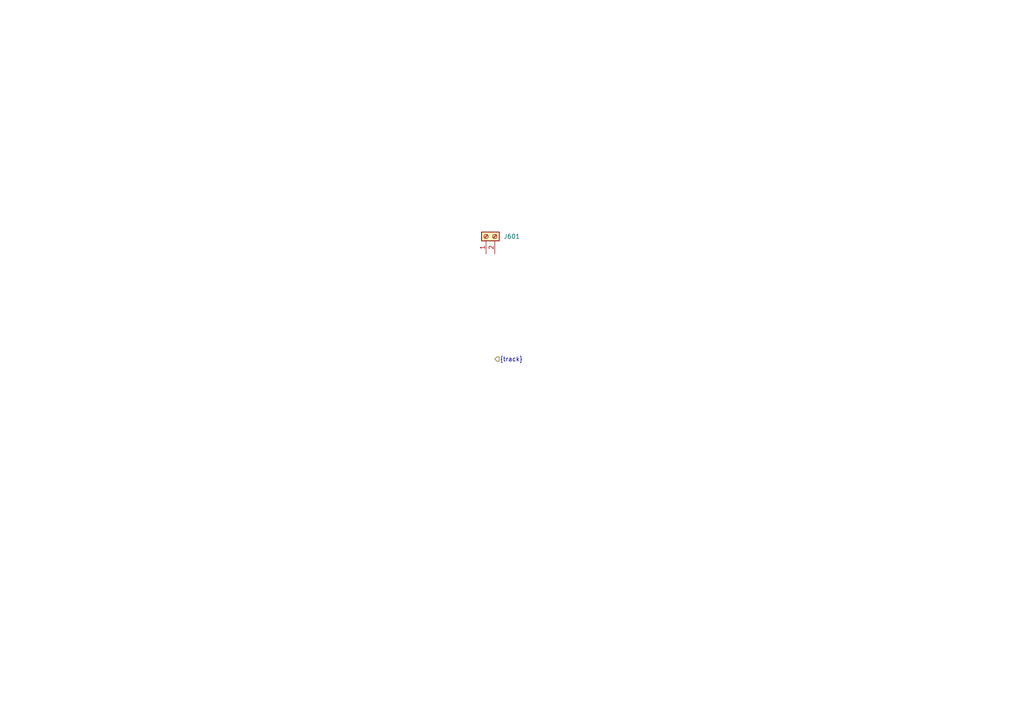
<source format=kicad_sch>
(kicad_sch (version 20231120) (generator "eeschema") (generator_version "8.0")
  (paper "A4")
  (lib_symbols
    (symbol "Connector:Screw_Terminal_01x02" (pin_names (offset 1.016) hide)
      (property "Reference" "J" (at 0 2.54 0))
      (property "Value" "Screw_Terminal_01x02" (at 0 -5.08 0))
      (symbol "Screw_Terminal_01x02_1_1"
        (rectangle (start -1.27 1.27) (end 1.27 -3.81) (stroke (width 0.254)) (fill (type background)))
        (circle (center 0 -2.54) (radius 0.635) (stroke (width 0.1524)))
        (polyline (pts (xy -0.5334 -2.2098) (xy 0.3302 -3.048)) (stroke (width 0.1524)))
        (polyline (pts (xy -0.5334 0.3302) (xy 0.3302 -0.508)) (stroke (width 0.1524)))
        (polyline (pts (xy -0.3556 -2.032) (xy 0.508 -2.8702)) (stroke (width 0.1524)))
        (polyline (pts (xy -0.3556 0.508) (xy 0.508 -0.3302)) (stroke (width 0.1524)))
        (circle (center 0 0) (radius 0.635) (stroke (width 0.1524)))
        (pin passive line (at -5.08 0 0) (length 3.81) (name "Pin_1") (number "1"))
        (pin passive line (at -5.08 -2.54 0) (length 3.81) (name "Pin_2") (number "2"))
      )
    )
  )
  (hierarchical_label "{track}" (shape input) (at 143.51 104.14 0))
  (symbol (lib_id "Connector:Screw_Terminal_01x02") (at 140.97 68.58 90) (unit 1)
    (property "Reference" "J701" (at 146.05 68.5799 90) (effects (justify right)))
    (property "Value" "Screw_Terminal_01x02" (effects (hide yes)))
    (property "Footprint" "Connector_Phoenix_MC:PhoenixContact_MC_1,5_2-G-3.5_1x02_P3.50mm_Horizontal" (effects (hide yes)))
    (property "Description" "Generic screw terminal, single row, 01x02, script generated (kicad-library-utils/schlib/autogen/connector/)" (effects (hide yes)))
    (instances (project "" (path "" (reference "J601") (unit 1))))
  )
)
</source>
